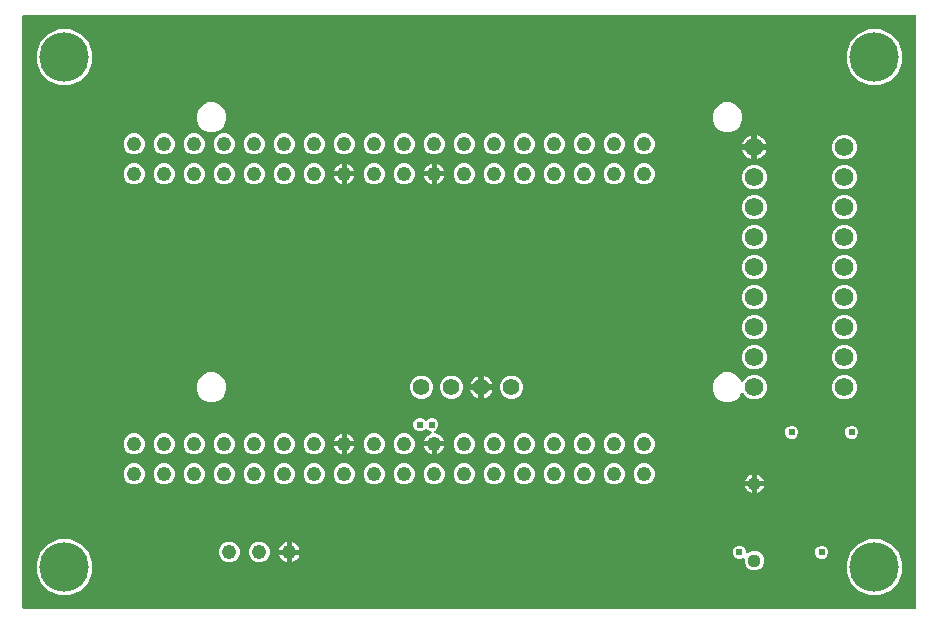
<source format=gbr>
G04 EAGLE Gerber RS-274X export*
G75*
%MOMM*%
%FSLAX34Y34*%
%LPD*%
%INCopper Layer 2*%
%IPPOS*%
%AMOC8*
5,1,8,0,0,1.08239X$1,22.5*%
G01*
%ADD10C,1.422400*%
%ADD11C,1.120000*%
%ADD12C,1.244600*%
%ADD13C,1.564638*%
%ADD14C,4.191000*%
%ADD15C,0.609600*%

G36*
X758308Y2556D02*
X758308Y2556D01*
X758427Y2563D01*
X758465Y2576D01*
X758506Y2581D01*
X758616Y2624D01*
X758729Y2661D01*
X758764Y2683D01*
X758801Y2698D01*
X758897Y2767D01*
X758998Y2831D01*
X759026Y2861D01*
X759059Y2884D01*
X759135Y2976D01*
X759216Y3063D01*
X759236Y3098D01*
X759261Y3129D01*
X759312Y3237D01*
X759370Y3341D01*
X759380Y3381D01*
X759397Y3417D01*
X759419Y3534D01*
X759449Y3649D01*
X759453Y3709D01*
X759457Y3729D01*
X759455Y3750D01*
X759459Y3810D01*
X759459Y504190D01*
X759444Y504308D01*
X759437Y504427D01*
X759424Y504465D01*
X759419Y504506D01*
X759376Y504616D01*
X759339Y504729D01*
X759317Y504764D01*
X759302Y504801D01*
X759233Y504897D01*
X759169Y504998D01*
X759139Y505026D01*
X759116Y505059D01*
X759024Y505135D01*
X758937Y505216D01*
X758902Y505236D01*
X758871Y505261D01*
X758763Y505312D01*
X758659Y505370D01*
X758619Y505380D01*
X758583Y505397D01*
X758466Y505419D01*
X758351Y505449D01*
X758291Y505453D01*
X758271Y505457D01*
X758250Y505455D01*
X758190Y505459D01*
X3810Y505459D01*
X3692Y505444D01*
X3573Y505437D01*
X3535Y505424D01*
X3494Y505419D01*
X3384Y505376D01*
X3271Y505339D01*
X3236Y505317D01*
X3199Y505302D01*
X3103Y505233D01*
X3002Y505169D01*
X2974Y505139D01*
X2941Y505116D01*
X2865Y505024D01*
X2784Y504937D01*
X2764Y504902D01*
X2739Y504871D01*
X2688Y504763D01*
X2630Y504659D01*
X2620Y504619D01*
X2603Y504583D01*
X2581Y504466D01*
X2551Y504351D01*
X2547Y504291D01*
X2543Y504271D01*
X2545Y504250D01*
X2541Y504190D01*
X2541Y3810D01*
X2556Y3692D01*
X2563Y3573D01*
X2576Y3535D01*
X2581Y3494D01*
X2624Y3384D01*
X2661Y3271D01*
X2683Y3236D01*
X2698Y3199D01*
X2767Y3103D01*
X2831Y3002D01*
X2861Y2974D01*
X2884Y2941D01*
X2976Y2865D01*
X3063Y2784D01*
X3098Y2764D01*
X3129Y2739D01*
X3237Y2688D01*
X3341Y2630D01*
X3381Y2620D01*
X3417Y2603D01*
X3534Y2581D01*
X3649Y2551D01*
X3709Y2547D01*
X3729Y2543D01*
X3750Y2545D01*
X3810Y2541D01*
X758190Y2541D01*
X758308Y2556D01*
G37*
%LPC*%
G36*
X719226Y446404D02*
X719226Y446404D01*
X710591Y449981D01*
X703981Y456591D01*
X700404Y465226D01*
X700404Y474574D01*
X703981Y483209D01*
X710591Y489819D01*
X719226Y493396D01*
X728574Y493396D01*
X737209Y489819D01*
X743819Y483209D01*
X747396Y474574D01*
X747396Y465226D01*
X743819Y456591D01*
X737209Y449981D01*
X728574Y446404D01*
X719226Y446404D01*
G37*
%LPD*%
%LPC*%
G36*
X33426Y446404D02*
X33426Y446404D01*
X24791Y449981D01*
X18181Y456591D01*
X14604Y465226D01*
X14604Y474574D01*
X18181Y483209D01*
X24791Y489819D01*
X33426Y493396D01*
X42774Y493396D01*
X51409Y489819D01*
X58019Y483209D01*
X61596Y474574D01*
X61596Y465226D01*
X58019Y456591D01*
X51409Y449981D01*
X42774Y446404D01*
X33426Y446404D01*
G37*
%LPD*%
%LPC*%
G36*
X719226Y14604D02*
X719226Y14604D01*
X710591Y18181D01*
X703981Y24791D01*
X700404Y33426D01*
X700404Y42774D01*
X703981Y51409D01*
X710591Y58019D01*
X719226Y61596D01*
X728574Y61596D01*
X737209Y58019D01*
X743819Y51409D01*
X747396Y42774D01*
X747396Y33426D01*
X743819Y24791D01*
X737209Y18181D01*
X728574Y14604D01*
X719226Y14604D01*
G37*
%LPD*%
%LPC*%
G36*
X33426Y14604D02*
X33426Y14604D01*
X24791Y18181D01*
X18181Y24791D01*
X14604Y33426D01*
X14604Y42774D01*
X18181Y51409D01*
X24791Y58019D01*
X33426Y61596D01*
X42774Y61596D01*
X51409Y58019D01*
X58019Y51409D01*
X61596Y42774D01*
X61596Y33426D01*
X58019Y24791D01*
X51409Y18181D01*
X42774Y14604D01*
X33426Y14604D01*
G37*
%LPD*%
%LPC*%
G36*
X596945Y177959D02*
X596945Y177959D01*
X592336Y179868D01*
X588808Y183396D01*
X586899Y188005D01*
X586899Y192995D01*
X588808Y197604D01*
X592336Y201132D01*
X596945Y203041D01*
X601935Y203041D01*
X606544Y201132D01*
X610072Y197604D01*
X610875Y195663D01*
X610944Y195542D01*
X611009Y195419D01*
X611023Y195404D01*
X611033Y195387D01*
X611130Y195287D01*
X611223Y195184D01*
X611240Y195173D01*
X611254Y195158D01*
X611373Y195086D01*
X611489Y195009D01*
X611508Y195003D01*
X611525Y194992D01*
X611658Y194951D01*
X611790Y194906D01*
X611810Y194904D01*
X611829Y194898D01*
X611969Y194892D01*
X612107Y194881D01*
X612127Y194884D01*
X612147Y194883D01*
X612284Y194911D01*
X612420Y194935D01*
X612439Y194943D01*
X612458Y194948D01*
X612584Y195009D01*
X612710Y195066D01*
X612726Y195078D01*
X612744Y195087D01*
X612850Y195177D01*
X612959Y195264D01*
X612971Y195280D01*
X612986Y195294D01*
X613066Y195407D01*
X613150Y195518D01*
X613162Y195544D01*
X613169Y195554D01*
X613176Y195573D01*
X613221Y195663D01*
X613514Y196371D01*
X616429Y199286D01*
X620238Y200864D01*
X624362Y200864D01*
X628171Y199286D01*
X631086Y196371D01*
X632664Y192562D01*
X632664Y188438D01*
X631086Y184629D01*
X628171Y181714D01*
X624362Y180136D01*
X620238Y180136D01*
X616429Y181714D01*
X613514Y184629D01*
X613221Y185337D01*
X613152Y185458D01*
X613087Y185581D01*
X613073Y185596D01*
X613063Y185613D01*
X612967Y185713D01*
X612873Y185816D01*
X612856Y185827D01*
X612842Y185842D01*
X612723Y185914D01*
X612607Y185991D01*
X612588Y185997D01*
X612571Y186008D01*
X612438Y186049D01*
X612306Y186094D01*
X612286Y186096D01*
X612267Y186102D01*
X612128Y186108D01*
X611989Y186119D01*
X611969Y186116D01*
X611949Y186117D01*
X611813Y186089D01*
X611676Y186065D01*
X611658Y186057D01*
X611638Y186052D01*
X611513Y185991D01*
X611386Y185934D01*
X611370Y185922D01*
X611352Y185913D01*
X611246Y185823D01*
X611138Y185736D01*
X611125Y185720D01*
X611110Y185706D01*
X611030Y185593D01*
X610946Y185482D01*
X610934Y185456D01*
X610927Y185446D01*
X610920Y185427D01*
X610875Y185337D01*
X610072Y183396D01*
X606544Y179868D01*
X601935Y177959D01*
X596945Y177959D01*
G37*
%LPD*%
%LPC*%
G36*
X596945Y406559D02*
X596945Y406559D01*
X592336Y408468D01*
X588808Y411996D01*
X586899Y416605D01*
X586899Y421595D01*
X588808Y426204D01*
X592336Y429732D01*
X596945Y431641D01*
X601935Y431641D01*
X606544Y429732D01*
X610072Y426204D01*
X611981Y421595D01*
X611981Y416605D01*
X610072Y411996D01*
X606544Y408468D01*
X601935Y406559D01*
X596945Y406559D01*
G37*
%LPD*%
%LPC*%
G36*
X160065Y406559D02*
X160065Y406559D01*
X155456Y408468D01*
X151928Y411996D01*
X150019Y416605D01*
X150019Y421595D01*
X151928Y426204D01*
X155456Y429732D01*
X160065Y431641D01*
X165055Y431641D01*
X169664Y429732D01*
X173192Y426204D01*
X175101Y421595D01*
X175101Y416605D01*
X173192Y411996D01*
X169664Y408468D01*
X165055Y406559D01*
X160065Y406559D01*
G37*
%LPD*%
%LPC*%
G36*
X160065Y177959D02*
X160065Y177959D01*
X155456Y179868D01*
X151928Y183396D01*
X150019Y188005D01*
X150019Y192995D01*
X151928Y197604D01*
X155456Y201132D01*
X160065Y203041D01*
X165055Y203041D01*
X169664Y201132D01*
X173192Y197604D01*
X175101Y192995D01*
X175101Y188005D01*
X173192Y183396D01*
X169664Y179868D01*
X165055Y177959D01*
X160065Y177959D01*
G37*
%LPD*%
%LPC*%
G36*
X696438Y180136D02*
X696438Y180136D01*
X692629Y181714D01*
X689714Y184629D01*
X688136Y188438D01*
X688136Y192562D01*
X689714Y196371D01*
X692629Y199286D01*
X696438Y200864D01*
X700562Y200864D01*
X704371Y199286D01*
X707286Y196371D01*
X708864Y192562D01*
X708864Y188438D01*
X707286Y184629D01*
X704371Y181714D01*
X700562Y180136D01*
X696438Y180136D01*
G37*
%LPD*%
%LPC*%
G36*
X696438Y332536D02*
X696438Y332536D01*
X692629Y334114D01*
X689714Y337029D01*
X688136Y340838D01*
X688136Y344962D01*
X689714Y348771D01*
X692629Y351686D01*
X696438Y353264D01*
X700562Y353264D01*
X704371Y351686D01*
X707286Y348771D01*
X708864Y344962D01*
X708864Y340838D01*
X707286Y337029D01*
X704371Y334114D01*
X700562Y332536D01*
X696438Y332536D01*
G37*
%LPD*%
%LPC*%
G36*
X620238Y332536D02*
X620238Y332536D01*
X616429Y334114D01*
X613514Y337029D01*
X611936Y340838D01*
X611936Y344962D01*
X613514Y348771D01*
X616429Y351686D01*
X620238Y353264D01*
X624362Y353264D01*
X628171Y351686D01*
X631086Y348771D01*
X632664Y344962D01*
X632664Y340838D01*
X631086Y337029D01*
X628171Y334114D01*
X624362Y332536D01*
X620238Y332536D01*
G37*
%LPD*%
%LPC*%
G36*
X696438Y307136D02*
X696438Y307136D01*
X692629Y308714D01*
X689714Y311629D01*
X688136Y315438D01*
X688136Y319562D01*
X689714Y323371D01*
X692629Y326286D01*
X696438Y327864D01*
X700562Y327864D01*
X704371Y326286D01*
X707286Y323371D01*
X708864Y319562D01*
X708864Y315438D01*
X707286Y311629D01*
X704371Y308714D01*
X700562Y307136D01*
X696438Y307136D01*
G37*
%LPD*%
%LPC*%
G36*
X620238Y307136D02*
X620238Y307136D01*
X616429Y308714D01*
X613514Y311629D01*
X611936Y315438D01*
X611936Y319562D01*
X613514Y323371D01*
X616429Y326286D01*
X620238Y327864D01*
X624362Y327864D01*
X628171Y326286D01*
X631086Y323371D01*
X632664Y319562D01*
X632664Y315438D01*
X631086Y311629D01*
X628171Y308714D01*
X624362Y307136D01*
X620238Y307136D01*
G37*
%LPD*%
%LPC*%
G36*
X696438Y281736D02*
X696438Y281736D01*
X692629Y283314D01*
X689714Y286229D01*
X688136Y290038D01*
X688136Y294162D01*
X689714Y297971D01*
X692629Y300886D01*
X696438Y302464D01*
X700562Y302464D01*
X704371Y300886D01*
X707286Y297971D01*
X708864Y294162D01*
X708864Y290038D01*
X707286Y286229D01*
X704371Y283314D01*
X700562Y281736D01*
X696438Y281736D01*
G37*
%LPD*%
%LPC*%
G36*
X620238Y281736D02*
X620238Y281736D01*
X616429Y283314D01*
X613514Y286229D01*
X611936Y290038D01*
X611936Y294162D01*
X613514Y297971D01*
X616429Y300886D01*
X620238Y302464D01*
X624362Y302464D01*
X628171Y300886D01*
X631086Y297971D01*
X632664Y294162D01*
X632664Y290038D01*
X631086Y286229D01*
X628171Y283314D01*
X624362Y281736D01*
X620238Y281736D01*
G37*
%LPD*%
%LPC*%
G36*
X696438Y256336D02*
X696438Y256336D01*
X692629Y257914D01*
X689714Y260829D01*
X688136Y264638D01*
X688136Y268762D01*
X689714Y272571D01*
X692629Y275486D01*
X696438Y277064D01*
X700562Y277064D01*
X704371Y275486D01*
X707286Y272571D01*
X708864Y268762D01*
X708864Y264638D01*
X707286Y260829D01*
X704371Y257914D01*
X700562Y256336D01*
X696438Y256336D01*
G37*
%LPD*%
%LPC*%
G36*
X620238Y256336D02*
X620238Y256336D01*
X616429Y257914D01*
X613514Y260829D01*
X611936Y264638D01*
X611936Y268762D01*
X613514Y272571D01*
X616429Y275486D01*
X620238Y277064D01*
X624362Y277064D01*
X628171Y275486D01*
X631086Y272571D01*
X632664Y268762D01*
X632664Y264638D01*
X631086Y260829D01*
X628171Y257914D01*
X624362Y256336D01*
X620238Y256336D01*
G37*
%LPD*%
%LPC*%
G36*
X696438Y230936D02*
X696438Y230936D01*
X692629Y232514D01*
X689714Y235429D01*
X688136Y239238D01*
X688136Y243362D01*
X689714Y247171D01*
X692629Y250086D01*
X696438Y251664D01*
X700562Y251664D01*
X704371Y250086D01*
X707286Y247171D01*
X708864Y243362D01*
X708864Y239238D01*
X707286Y235429D01*
X704371Y232514D01*
X700562Y230936D01*
X696438Y230936D01*
G37*
%LPD*%
%LPC*%
G36*
X620238Y230936D02*
X620238Y230936D01*
X616429Y232514D01*
X613514Y235429D01*
X611936Y239238D01*
X611936Y243362D01*
X613514Y247171D01*
X616429Y250086D01*
X620238Y251664D01*
X624362Y251664D01*
X628171Y250086D01*
X631086Y247171D01*
X632664Y243362D01*
X632664Y239238D01*
X631086Y235429D01*
X628171Y232514D01*
X624362Y230936D01*
X620238Y230936D01*
G37*
%LPD*%
%LPC*%
G36*
X696438Y205536D02*
X696438Y205536D01*
X692629Y207114D01*
X689714Y210029D01*
X688136Y213838D01*
X688136Y217962D01*
X689714Y221771D01*
X692629Y224686D01*
X696438Y226264D01*
X700562Y226264D01*
X704371Y224686D01*
X707286Y221771D01*
X708864Y217962D01*
X708864Y213838D01*
X707286Y210029D01*
X704371Y207114D01*
X700562Y205536D01*
X696438Y205536D01*
G37*
%LPD*%
%LPC*%
G36*
X620238Y205536D02*
X620238Y205536D01*
X616429Y207114D01*
X613514Y210029D01*
X611936Y213838D01*
X611936Y217962D01*
X613514Y221771D01*
X616429Y224686D01*
X620238Y226264D01*
X624362Y226264D01*
X628171Y224686D01*
X631086Y221771D01*
X632664Y217962D01*
X632664Y213838D01*
X631086Y210029D01*
X628171Y207114D01*
X624362Y205536D01*
X620238Y205536D01*
G37*
%LPD*%
%LPC*%
G36*
X696438Y383336D02*
X696438Y383336D01*
X692629Y384914D01*
X689714Y387829D01*
X688136Y391638D01*
X688136Y395762D01*
X689714Y399571D01*
X692629Y402486D01*
X696438Y404064D01*
X700562Y404064D01*
X704371Y402486D01*
X707286Y399571D01*
X708864Y395762D01*
X708864Y391638D01*
X707286Y387829D01*
X704371Y384914D01*
X700562Y383336D01*
X696438Y383336D01*
G37*
%LPD*%
%LPC*%
G36*
X696438Y357936D02*
X696438Y357936D01*
X692629Y359514D01*
X689714Y362429D01*
X688136Y366238D01*
X688136Y370362D01*
X689714Y374171D01*
X692629Y377086D01*
X696438Y378664D01*
X700562Y378664D01*
X704371Y377086D01*
X707286Y374171D01*
X708864Y370362D01*
X708864Y366238D01*
X707286Y362429D01*
X704371Y359514D01*
X700562Y357936D01*
X696438Y357936D01*
G37*
%LPD*%
%LPC*%
G36*
X620238Y357936D02*
X620238Y357936D01*
X616429Y359514D01*
X613514Y362429D01*
X611936Y366238D01*
X611936Y370362D01*
X613514Y374171D01*
X616429Y377086D01*
X620238Y378664D01*
X624362Y378664D01*
X628171Y377086D01*
X631086Y374171D01*
X632664Y370362D01*
X632664Y366238D01*
X631086Y362429D01*
X628171Y359514D01*
X624362Y357936D01*
X620238Y357936D01*
G37*
%LPD*%
%LPC*%
G36*
X620681Y35559D02*
X620681Y35559D01*
X617689Y36799D01*
X615399Y39089D01*
X614159Y42081D01*
X614159Y44740D01*
X614153Y44789D01*
X614155Y44839D01*
X614133Y44946D01*
X614119Y45055D01*
X614101Y45102D01*
X614091Y45150D01*
X614043Y45249D01*
X614002Y45351D01*
X613973Y45391D01*
X613951Y45436D01*
X613880Y45519D01*
X613816Y45608D01*
X613777Y45640D01*
X613745Y45678D01*
X613655Y45741D01*
X613571Y45811D01*
X613526Y45832D01*
X613485Y45861D01*
X613382Y45900D01*
X613283Y45947D01*
X613234Y45956D01*
X613188Y45974D01*
X613078Y45986D01*
X612971Y46006D01*
X612921Y46003D01*
X612872Y46009D01*
X612763Y45994D01*
X612653Y45987D01*
X612606Y45971D01*
X612557Y45964D01*
X612404Y45912D01*
X610712Y45211D01*
X608488Y45211D01*
X606434Y46062D01*
X604862Y47634D01*
X604011Y49688D01*
X604011Y51912D01*
X604862Y53966D01*
X606434Y55538D01*
X608488Y56389D01*
X610712Y56389D01*
X612766Y55538D01*
X614338Y53966D01*
X615189Y51912D01*
X615189Y51166D01*
X615206Y51027D01*
X615219Y50889D01*
X615226Y50870D01*
X615229Y50850D01*
X615280Y50721D01*
X615327Y50590D01*
X615338Y50573D01*
X615346Y50554D01*
X615427Y50442D01*
X615505Y50327D01*
X615521Y50314D01*
X615532Y50297D01*
X615640Y50208D01*
X615744Y50116D01*
X615762Y50107D01*
X615777Y50094D01*
X615903Y50035D01*
X616027Y49972D01*
X616047Y49967D01*
X616065Y49959D01*
X616201Y49933D01*
X616337Y49902D01*
X616358Y49903D01*
X616377Y49899D01*
X616516Y49908D01*
X616655Y49912D01*
X616675Y49917D01*
X616695Y49919D01*
X616827Y49962D01*
X616961Y50000D01*
X616978Y50011D01*
X616997Y50017D01*
X617115Y50091D01*
X617235Y50162D01*
X617256Y50180D01*
X617266Y50187D01*
X617280Y50202D01*
X617356Y50268D01*
X617689Y50601D01*
X620681Y51841D01*
X623919Y51841D01*
X626911Y50601D01*
X629201Y48311D01*
X630441Y45319D01*
X630441Y42081D01*
X629201Y39089D01*
X626911Y36799D01*
X623919Y35559D01*
X620681Y35559D01*
G37*
%LPD*%
%LPC*%
G36*
X414640Y180847D02*
X414640Y180847D01*
X411092Y182317D01*
X408377Y185032D01*
X406907Y188580D01*
X406907Y192420D01*
X408377Y195968D01*
X411092Y198683D01*
X414640Y200153D01*
X418480Y200153D01*
X422028Y198683D01*
X424743Y195968D01*
X426213Y192420D01*
X426213Y188580D01*
X424743Y185032D01*
X422028Y182317D01*
X418480Y180847D01*
X414640Y180847D01*
G37*
%LPD*%
%LPC*%
G36*
X338440Y180847D02*
X338440Y180847D01*
X334892Y182317D01*
X332177Y185032D01*
X330707Y188580D01*
X330707Y192420D01*
X332177Y195968D01*
X334892Y198683D01*
X338440Y200153D01*
X342280Y200153D01*
X345828Y198683D01*
X348543Y195968D01*
X350013Y192420D01*
X350013Y188580D01*
X348543Y185032D01*
X345828Y182317D01*
X342280Y180847D01*
X338440Y180847D01*
G37*
%LPD*%
%LPC*%
G36*
X363840Y180847D02*
X363840Y180847D01*
X360292Y182317D01*
X357577Y185032D01*
X356107Y188580D01*
X356107Y192420D01*
X357577Y195968D01*
X360292Y198683D01*
X363840Y200153D01*
X367680Y200153D01*
X371228Y198683D01*
X373943Y195968D01*
X375413Y192420D01*
X375413Y188580D01*
X373943Y185032D01*
X371228Y182317D01*
X367680Y180847D01*
X363840Y180847D01*
G37*
%LPD*%
%LPC*%
G36*
X351197Y144288D02*
X351197Y144288D01*
X351173Y144321D01*
X351081Y144397D01*
X350994Y144479D01*
X350959Y144498D01*
X350928Y144524D01*
X350820Y144575D01*
X350716Y144632D01*
X350677Y144642D01*
X350640Y144659D01*
X350523Y144682D01*
X350408Y144712D01*
X350348Y144715D01*
X350328Y144719D01*
X350307Y144718D01*
X350247Y144722D01*
X342707Y144722D01*
X342773Y145056D01*
X343434Y146651D01*
X344393Y148087D01*
X345613Y149307D01*
X347049Y150266D01*
X348257Y150767D01*
X348378Y150836D01*
X348501Y150901D01*
X348516Y150914D01*
X348533Y150924D01*
X348633Y151021D01*
X348736Y151115D01*
X348747Y151132D01*
X348762Y151146D01*
X348834Y151264D01*
X348911Y151380D01*
X348917Y151399D01*
X348928Y151417D01*
X348969Y151550D01*
X349014Y151681D01*
X349016Y151701D01*
X349022Y151721D01*
X349028Y151860D01*
X349039Y151998D01*
X349036Y152018D01*
X349037Y152038D01*
X349009Y152175D01*
X348985Y152312D01*
X348977Y152330D01*
X348973Y152350D01*
X348911Y152475D01*
X348854Y152602D01*
X348842Y152617D01*
X348833Y152636D01*
X348742Y152741D01*
X348656Y152850D01*
X348640Y152862D01*
X348626Y152878D01*
X348513Y152958D01*
X348402Y153041D01*
X348376Y153054D01*
X348366Y153061D01*
X348347Y153068D01*
X348257Y153112D01*
X346084Y154012D01*
X345067Y155029D01*
X344973Y155102D01*
X344884Y155181D01*
X344848Y155199D01*
X344816Y155224D01*
X344707Y155271D01*
X344601Y155325D01*
X344562Y155334D01*
X344524Y155350D01*
X344407Y155369D01*
X344291Y155395D01*
X344250Y155394D01*
X344210Y155400D01*
X344092Y155389D01*
X343973Y155385D01*
X343934Y155374D01*
X343894Y155370D01*
X343782Y155330D01*
X343667Y155297D01*
X343632Y155276D01*
X343594Y155263D01*
X343496Y155196D01*
X343393Y155135D01*
X343348Y155096D01*
X343331Y155084D01*
X343318Y155069D01*
X343272Y155029D01*
X342256Y154012D01*
X340202Y153161D01*
X337978Y153161D01*
X335924Y154012D01*
X334352Y155584D01*
X333501Y157638D01*
X333501Y159862D01*
X334352Y161916D01*
X335924Y163488D01*
X337978Y164339D01*
X340202Y164339D01*
X342256Y163488D01*
X343272Y162471D01*
X343366Y162398D01*
X343456Y162319D01*
X343492Y162301D01*
X343524Y162276D01*
X343633Y162229D01*
X343739Y162175D01*
X343778Y162166D01*
X343816Y162150D01*
X343933Y162131D01*
X344049Y162105D01*
X344090Y162106D01*
X344130Y162100D01*
X344248Y162111D01*
X344367Y162115D01*
X344406Y162126D01*
X344446Y162130D01*
X344559Y162170D01*
X344673Y162203D01*
X344707Y162224D01*
X344746Y162237D01*
X344844Y162304D01*
X344947Y162365D01*
X344992Y162405D01*
X345009Y162416D01*
X345022Y162431D01*
X345067Y162471D01*
X346084Y163488D01*
X348138Y164339D01*
X350362Y164339D01*
X352416Y163488D01*
X353988Y161916D01*
X354839Y159862D01*
X354839Y157638D01*
X353988Y155584D01*
X352416Y154012D01*
X351676Y153706D01*
X351615Y153671D01*
X351550Y153645D01*
X351478Y153593D01*
X351400Y153548D01*
X351350Y153500D01*
X351293Y153459D01*
X351236Y153389D01*
X351171Y153327D01*
X351135Y153267D01*
X351090Y153214D01*
X351052Y153132D01*
X351005Y153056D01*
X350984Y152989D01*
X350955Y152926D01*
X350938Y152838D01*
X350911Y152752D01*
X350908Y152682D01*
X350895Y152613D01*
X350900Y152524D01*
X350896Y152434D01*
X350910Y152366D01*
X350915Y152296D01*
X350942Y152211D01*
X350960Y152123D01*
X350991Y152060D01*
X351013Y151994D01*
X351061Y151918D01*
X351100Y151837D01*
X351145Y151784D01*
X351183Y151725D01*
X351248Y151663D01*
X351306Y151595D01*
X351363Y151555D01*
X351414Y151507D01*
X351493Y151463D01*
X351567Y151412D01*
X351632Y151387D01*
X351693Y151353D01*
X351780Y151331D01*
X351864Y151299D01*
X351925Y151292D01*
X351941Y151288D01*
X351964Y151283D01*
X352001Y151274D01*
X352017Y151273D01*
X353756Y150927D01*
X355351Y150266D01*
X356787Y149307D01*
X358007Y148087D01*
X358966Y146651D01*
X359627Y145056D01*
X359693Y144722D01*
X352153Y144722D01*
X352034Y144707D01*
X351916Y144699D01*
X351877Y144687D01*
X351837Y144682D01*
X351726Y144638D01*
X351613Y144601D01*
X351579Y144580D01*
X351541Y144565D01*
X351445Y144495D01*
X351345Y144431D01*
X351317Y144402D01*
X351284Y144378D01*
X351208Y144286D01*
X351204Y144282D01*
X351197Y144288D01*
G37*
%LPD*%
%LPC*%
G36*
X527257Y387736D02*
X527257Y387736D01*
X524036Y389070D01*
X521570Y391536D01*
X520236Y394757D01*
X520236Y398243D01*
X521570Y401464D01*
X524036Y403930D01*
X527257Y405264D01*
X530743Y405264D01*
X533964Y403930D01*
X536430Y401464D01*
X537764Y398243D01*
X537764Y394757D01*
X536430Y391536D01*
X533964Y389070D01*
X530743Y387736D01*
X527257Y387736D01*
G37*
%LPD*%
%LPC*%
G36*
X501857Y387736D02*
X501857Y387736D01*
X498636Y389070D01*
X496170Y391536D01*
X494836Y394757D01*
X494836Y398243D01*
X496170Y401464D01*
X498636Y403930D01*
X501857Y405264D01*
X505343Y405264D01*
X508564Y403930D01*
X511030Y401464D01*
X512364Y398243D01*
X512364Y394757D01*
X511030Y391536D01*
X508564Y389070D01*
X505343Y387736D01*
X501857Y387736D01*
G37*
%LPD*%
%LPC*%
G36*
X476457Y387736D02*
X476457Y387736D01*
X473236Y389070D01*
X470770Y391536D01*
X469436Y394757D01*
X469436Y398243D01*
X470770Y401464D01*
X473236Y403930D01*
X476457Y405264D01*
X479943Y405264D01*
X483164Y403930D01*
X485630Y401464D01*
X486964Y398243D01*
X486964Y394757D01*
X485630Y391536D01*
X483164Y389070D01*
X479943Y387736D01*
X476457Y387736D01*
G37*
%LPD*%
%LPC*%
G36*
X451057Y387736D02*
X451057Y387736D01*
X447836Y389070D01*
X445370Y391536D01*
X444036Y394757D01*
X444036Y398243D01*
X445370Y401464D01*
X447836Y403930D01*
X451057Y405264D01*
X454543Y405264D01*
X457764Y403930D01*
X460230Y401464D01*
X461564Y398243D01*
X461564Y394757D01*
X460230Y391536D01*
X457764Y389070D01*
X454543Y387736D01*
X451057Y387736D01*
G37*
%LPD*%
%LPC*%
G36*
X425657Y387736D02*
X425657Y387736D01*
X422436Y389070D01*
X419970Y391536D01*
X418636Y394757D01*
X418636Y398243D01*
X419970Y401464D01*
X422436Y403930D01*
X425657Y405264D01*
X429143Y405264D01*
X432364Y403930D01*
X434830Y401464D01*
X436164Y398243D01*
X436164Y394757D01*
X434830Y391536D01*
X432364Y389070D01*
X429143Y387736D01*
X425657Y387736D01*
G37*
%LPD*%
%LPC*%
G36*
X400257Y387736D02*
X400257Y387736D01*
X397036Y389070D01*
X394570Y391536D01*
X393236Y394757D01*
X393236Y398243D01*
X394570Y401464D01*
X397036Y403930D01*
X400257Y405264D01*
X403743Y405264D01*
X406964Y403930D01*
X409430Y401464D01*
X410764Y398243D01*
X410764Y394757D01*
X409430Y391536D01*
X406964Y389070D01*
X403743Y387736D01*
X400257Y387736D01*
G37*
%LPD*%
%LPC*%
G36*
X374857Y387736D02*
X374857Y387736D01*
X371636Y389070D01*
X369170Y391536D01*
X367836Y394757D01*
X367836Y398243D01*
X369170Y401464D01*
X371636Y403930D01*
X374857Y405264D01*
X378343Y405264D01*
X381564Y403930D01*
X384030Y401464D01*
X385364Y398243D01*
X385364Y394757D01*
X384030Y391536D01*
X381564Y389070D01*
X378343Y387736D01*
X374857Y387736D01*
G37*
%LPD*%
%LPC*%
G36*
X349457Y387736D02*
X349457Y387736D01*
X346236Y389070D01*
X343770Y391536D01*
X342436Y394757D01*
X342436Y398243D01*
X343770Y401464D01*
X346236Y403930D01*
X349457Y405264D01*
X352943Y405264D01*
X356164Y403930D01*
X358630Y401464D01*
X359964Y398243D01*
X359964Y394757D01*
X358630Y391536D01*
X356164Y389070D01*
X352943Y387736D01*
X349457Y387736D01*
G37*
%LPD*%
%LPC*%
G36*
X324057Y387736D02*
X324057Y387736D01*
X320836Y389070D01*
X318370Y391536D01*
X317036Y394757D01*
X317036Y398243D01*
X318370Y401464D01*
X320836Y403930D01*
X324057Y405264D01*
X327543Y405264D01*
X330764Y403930D01*
X333230Y401464D01*
X334564Y398243D01*
X334564Y394757D01*
X333230Y391536D01*
X330764Y389070D01*
X327543Y387736D01*
X324057Y387736D01*
G37*
%LPD*%
%LPC*%
G36*
X298657Y387736D02*
X298657Y387736D01*
X295436Y389070D01*
X292970Y391536D01*
X291636Y394757D01*
X291636Y398243D01*
X292970Y401464D01*
X295436Y403930D01*
X298657Y405264D01*
X302143Y405264D01*
X305364Y403930D01*
X307830Y401464D01*
X309164Y398243D01*
X309164Y394757D01*
X307830Y391536D01*
X305364Y389070D01*
X302143Y387736D01*
X298657Y387736D01*
G37*
%LPD*%
%LPC*%
G36*
X273257Y387736D02*
X273257Y387736D01*
X270036Y389070D01*
X267570Y391536D01*
X266236Y394757D01*
X266236Y398243D01*
X267570Y401464D01*
X270036Y403930D01*
X273257Y405264D01*
X276743Y405264D01*
X279964Y403930D01*
X282430Y401464D01*
X283764Y398243D01*
X283764Y394757D01*
X282430Y391536D01*
X279964Y389070D01*
X276743Y387736D01*
X273257Y387736D01*
G37*
%LPD*%
%LPC*%
G36*
X247857Y387736D02*
X247857Y387736D01*
X244636Y389070D01*
X242170Y391536D01*
X240836Y394757D01*
X240836Y398243D01*
X242170Y401464D01*
X244636Y403930D01*
X247857Y405264D01*
X251343Y405264D01*
X254564Y403930D01*
X257030Y401464D01*
X258364Y398243D01*
X258364Y394757D01*
X257030Y391536D01*
X254564Y389070D01*
X251343Y387736D01*
X247857Y387736D01*
G37*
%LPD*%
%LPC*%
G36*
X222457Y387736D02*
X222457Y387736D01*
X219236Y389070D01*
X216770Y391536D01*
X215436Y394757D01*
X215436Y398243D01*
X216770Y401464D01*
X219236Y403930D01*
X222457Y405264D01*
X225943Y405264D01*
X229164Y403930D01*
X231630Y401464D01*
X232964Y398243D01*
X232964Y394757D01*
X231630Y391536D01*
X229164Y389070D01*
X225943Y387736D01*
X222457Y387736D01*
G37*
%LPD*%
%LPC*%
G36*
X197057Y387736D02*
X197057Y387736D01*
X193836Y389070D01*
X191370Y391536D01*
X190036Y394757D01*
X190036Y398243D01*
X191370Y401464D01*
X193836Y403930D01*
X197057Y405264D01*
X200543Y405264D01*
X203764Y403930D01*
X206230Y401464D01*
X207564Y398243D01*
X207564Y394757D01*
X206230Y391536D01*
X203764Y389070D01*
X200543Y387736D01*
X197057Y387736D01*
G37*
%LPD*%
%LPC*%
G36*
X171657Y387736D02*
X171657Y387736D01*
X168436Y389070D01*
X165970Y391536D01*
X164636Y394757D01*
X164636Y398243D01*
X165970Y401464D01*
X168436Y403930D01*
X171657Y405264D01*
X175143Y405264D01*
X178364Y403930D01*
X180830Y401464D01*
X182164Y398243D01*
X182164Y394757D01*
X180830Y391536D01*
X178364Y389070D01*
X175143Y387736D01*
X171657Y387736D01*
G37*
%LPD*%
%LPC*%
G36*
X146257Y387736D02*
X146257Y387736D01*
X143036Y389070D01*
X140570Y391536D01*
X139236Y394757D01*
X139236Y398243D01*
X140570Y401464D01*
X143036Y403930D01*
X146257Y405264D01*
X149743Y405264D01*
X152964Y403930D01*
X155430Y401464D01*
X156764Y398243D01*
X156764Y394757D01*
X155430Y391536D01*
X152964Y389070D01*
X149743Y387736D01*
X146257Y387736D01*
G37*
%LPD*%
%LPC*%
G36*
X120857Y387736D02*
X120857Y387736D01*
X117636Y389070D01*
X115170Y391536D01*
X113836Y394757D01*
X113836Y398243D01*
X115170Y401464D01*
X117636Y403930D01*
X120857Y405264D01*
X124343Y405264D01*
X127564Y403930D01*
X130030Y401464D01*
X131364Y398243D01*
X131364Y394757D01*
X130030Y391536D01*
X127564Y389070D01*
X124343Y387736D01*
X120857Y387736D01*
G37*
%LPD*%
%LPC*%
G36*
X95457Y387736D02*
X95457Y387736D01*
X92236Y389070D01*
X89770Y391536D01*
X88436Y394757D01*
X88436Y398243D01*
X89770Y401464D01*
X92236Y403930D01*
X95457Y405264D01*
X98943Y405264D01*
X102164Y403930D01*
X104630Y401464D01*
X105964Y398243D01*
X105964Y394757D01*
X104630Y391536D01*
X102164Y389070D01*
X98943Y387736D01*
X95457Y387736D01*
G37*
%LPD*%
%LPC*%
G36*
X146257Y108336D02*
X146257Y108336D01*
X143036Y109670D01*
X140570Y112136D01*
X139236Y115357D01*
X139236Y118843D01*
X140570Y122064D01*
X143036Y124530D01*
X146257Y125864D01*
X149743Y125864D01*
X152964Y124530D01*
X155430Y122064D01*
X156764Y118843D01*
X156764Y115357D01*
X155430Y112136D01*
X152964Y109670D01*
X149743Y108336D01*
X146257Y108336D01*
G37*
%LPD*%
%LPC*%
G36*
X201457Y42036D02*
X201457Y42036D01*
X198236Y43370D01*
X195770Y45836D01*
X194436Y49057D01*
X194436Y52543D01*
X195770Y55764D01*
X198236Y58230D01*
X201457Y59564D01*
X204943Y59564D01*
X208164Y58230D01*
X210630Y55764D01*
X211964Y52543D01*
X211964Y49057D01*
X210630Y45836D01*
X208164Y43370D01*
X204943Y42036D01*
X201457Y42036D01*
G37*
%LPD*%
%LPC*%
G36*
X176057Y42036D02*
X176057Y42036D01*
X172836Y43370D01*
X170370Y45836D01*
X169036Y49057D01*
X169036Y52543D01*
X170370Y55764D01*
X172836Y58230D01*
X176057Y59564D01*
X179543Y59564D01*
X182764Y58230D01*
X185230Y55764D01*
X186564Y52543D01*
X186564Y49057D01*
X185230Y45836D01*
X182764Y43370D01*
X179543Y42036D01*
X176057Y42036D01*
G37*
%LPD*%
%LPC*%
G36*
X120857Y362336D02*
X120857Y362336D01*
X117636Y363670D01*
X115170Y366136D01*
X113836Y369357D01*
X113836Y372843D01*
X115170Y376064D01*
X117636Y378530D01*
X120857Y379864D01*
X124343Y379864D01*
X127564Y378530D01*
X130030Y376064D01*
X131364Y372843D01*
X131364Y369357D01*
X130030Y366136D01*
X127564Y363670D01*
X124343Y362336D01*
X120857Y362336D01*
G37*
%LPD*%
%LPC*%
G36*
X95457Y362336D02*
X95457Y362336D01*
X92236Y363670D01*
X89770Y366136D01*
X88436Y369357D01*
X88436Y372843D01*
X89770Y376064D01*
X92236Y378530D01*
X95457Y379864D01*
X98943Y379864D01*
X102164Y378530D01*
X104630Y376064D01*
X105964Y372843D01*
X105964Y369357D01*
X104630Y366136D01*
X102164Y363670D01*
X98943Y362336D01*
X95457Y362336D01*
G37*
%LPD*%
%LPC*%
G36*
X527257Y362336D02*
X527257Y362336D01*
X524036Y363670D01*
X521570Y366136D01*
X520236Y369357D01*
X520236Y372843D01*
X521570Y376064D01*
X524036Y378530D01*
X527257Y379864D01*
X530743Y379864D01*
X533964Y378530D01*
X536430Y376064D01*
X537764Y372843D01*
X537764Y369357D01*
X536430Y366136D01*
X533964Y363670D01*
X530743Y362336D01*
X527257Y362336D01*
G37*
%LPD*%
%LPC*%
G36*
X501857Y362336D02*
X501857Y362336D01*
X498636Y363670D01*
X496170Y366136D01*
X494836Y369357D01*
X494836Y372843D01*
X496170Y376064D01*
X498636Y378530D01*
X501857Y379864D01*
X505343Y379864D01*
X508564Y378530D01*
X511030Y376064D01*
X512364Y372843D01*
X512364Y369357D01*
X511030Y366136D01*
X508564Y363670D01*
X505343Y362336D01*
X501857Y362336D01*
G37*
%LPD*%
%LPC*%
G36*
X476457Y362336D02*
X476457Y362336D01*
X473236Y363670D01*
X470770Y366136D01*
X469436Y369357D01*
X469436Y372843D01*
X470770Y376064D01*
X473236Y378530D01*
X476457Y379864D01*
X479943Y379864D01*
X483164Y378530D01*
X485630Y376064D01*
X486964Y372843D01*
X486964Y369357D01*
X485630Y366136D01*
X483164Y363670D01*
X479943Y362336D01*
X476457Y362336D01*
G37*
%LPD*%
%LPC*%
G36*
X451057Y362336D02*
X451057Y362336D01*
X447836Y363670D01*
X445370Y366136D01*
X444036Y369357D01*
X444036Y372843D01*
X445370Y376064D01*
X447836Y378530D01*
X451057Y379864D01*
X454543Y379864D01*
X457764Y378530D01*
X460230Y376064D01*
X461564Y372843D01*
X461564Y369357D01*
X460230Y366136D01*
X457764Y363670D01*
X454543Y362336D01*
X451057Y362336D01*
G37*
%LPD*%
%LPC*%
G36*
X425657Y362336D02*
X425657Y362336D01*
X422436Y363670D01*
X419970Y366136D01*
X418636Y369357D01*
X418636Y372843D01*
X419970Y376064D01*
X422436Y378530D01*
X425657Y379864D01*
X429143Y379864D01*
X432364Y378530D01*
X434830Y376064D01*
X436164Y372843D01*
X436164Y369357D01*
X434830Y366136D01*
X432364Y363670D01*
X429143Y362336D01*
X425657Y362336D01*
G37*
%LPD*%
%LPC*%
G36*
X400257Y362336D02*
X400257Y362336D01*
X397036Y363670D01*
X394570Y366136D01*
X393236Y369357D01*
X393236Y372843D01*
X394570Y376064D01*
X397036Y378530D01*
X400257Y379864D01*
X403743Y379864D01*
X406964Y378530D01*
X409430Y376064D01*
X410764Y372843D01*
X410764Y369357D01*
X409430Y366136D01*
X406964Y363670D01*
X403743Y362336D01*
X400257Y362336D01*
G37*
%LPD*%
%LPC*%
G36*
X374857Y362336D02*
X374857Y362336D01*
X371636Y363670D01*
X369170Y366136D01*
X367836Y369357D01*
X367836Y372843D01*
X369170Y376064D01*
X371636Y378530D01*
X374857Y379864D01*
X378343Y379864D01*
X381564Y378530D01*
X384030Y376064D01*
X385364Y372843D01*
X385364Y369357D01*
X384030Y366136D01*
X381564Y363670D01*
X378343Y362336D01*
X374857Y362336D01*
G37*
%LPD*%
%LPC*%
G36*
X324057Y362336D02*
X324057Y362336D01*
X320836Y363670D01*
X318370Y366136D01*
X317036Y369357D01*
X317036Y372843D01*
X318370Y376064D01*
X320836Y378530D01*
X324057Y379864D01*
X327543Y379864D01*
X330764Y378530D01*
X333230Y376064D01*
X334564Y372843D01*
X334564Y369357D01*
X333230Y366136D01*
X330764Y363670D01*
X327543Y362336D01*
X324057Y362336D01*
G37*
%LPD*%
%LPC*%
G36*
X298657Y362336D02*
X298657Y362336D01*
X295436Y363670D01*
X292970Y366136D01*
X291636Y369357D01*
X291636Y372843D01*
X292970Y376064D01*
X295436Y378530D01*
X298657Y379864D01*
X302143Y379864D01*
X305364Y378530D01*
X307830Y376064D01*
X309164Y372843D01*
X309164Y369357D01*
X307830Y366136D01*
X305364Y363670D01*
X302143Y362336D01*
X298657Y362336D01*
G37*
%LPD*%
%LPC*%
G36*
X247857Y362336D02*
X247857Y362336D01*
X244636Y363670D01*
X242170Y366136D01*
X240836Y369357D01*
X240836Y372843D01*
X242170Y376064D01*
X244636Y378530D01*
X247857Y379864D01*
X251343Y379864D01*
X254564Y378530D01*
X257030Y376064D01*
X258364Y372843D01*
X258364Y369357D01*
X257030Y366136D01*
X254564Y363670D01*
X251343Y362336D01*
X247857Y362336D01*
G37*
%LPD*%
%LPC*%
G36*
X222457Y362336D02*
X222457Y362336D01*
X219236Y363670D01*
X216770Y366136D01*
X215436Y369357D01*
X215436Y372843D01*
X216770Y376064D01*
X219236Y378530D01*
X222457Y379864D01*
X225943Y379864D01*
X229164Y378530D01*
X231630Y376064D01*
X232964Y372843D01*
X232964Y369357D01*
X231630Y366136D01*
X229164Y363670D01*
X225943Y362336D01*
X222457Y362336D01*
G37*
%LPD*%
%LPC*%
G36*
X197057Y362336D02*
X197057Y362336D01*
X193836Y363670D01*
X191370Y366136D01*
X190036Y369357D01*
X190036Y372843D01*
X191370Y376064D01*
X193836Y378530D01*
X197057Y379864D01*
X200543Y379864D01*
X203764Y378530D01*
X206230Y376064D01*
X207564Y372843D01*
X207564Y369357D01*
X206230Y366136D01*
X203764Y363670D01*
X200543Y362336D01*
X197057Y362336D01*
G37*
%LPD*%
%LPC*%
G36*
X171657Y362336D02*
X171657Y362336D01*
X168436Y363670D01*
X165970Y366136D01*
X164636Y369357D01*
X164636Y372843D01*
X165970Y376064D01*
X168436Y378530D01*
X171657Y379864D01*
X175143Y379864D01*
X178364Y378530D01*
X180830Y376064D01*
X182164Y372843D01*
X182164Y369357D01*
X180830Y366136D01*
X178364Y363670D01*
X175143Y362336D01*
X171657Y362336D01*
G37*
%LPD*%
%LPC*%
G36*
X146257Y362336D02*
X146257Y362336D01*
X143036Y363670D01*
X140570Y366136D01*
X139236Y369357D01*
X139236Y372843D01*
X140570Y376064D01*
X143036Y378530D01*
X146257Y379864D01*
X149743Y379864D01*
X152964Y378530D01*
X155430Y376064D01*
X156764Y372843D01*
X156764Y369357D01*
X155430Y366136D01*
X152964Y363670D01*
X149743Y362336D01*
X146257Y362336D01*
G37*
%LPD*%
%LPC*%
G36*
X476457Y133736D02*
X476457Y133736D01*
X473236Y135070D01*
X470770Y137536D01*
X469436Y140757D01*
X469436Y144243D01*
X470770Y147464D01*
X473236Y149930D01*
X476457Y151264D01*
X479943Y151264D01*
X483164Y149930D01*
X485630Y147464D01*
X486964Y144243D01*
X486964Y140757D01*
X485630Y137536D01*
X483164Y135070D01*
X479943Y133736D01*
X476457Y133736D01*
G37*
%LPD*%
%LPC*%
G36*
X527257Y133736D02*
X527257Y133736D01*
X524036Y135070D01*
X521570Y137536D01*
X520236Y140757D01*
X520236Y144243D01*
X521570Y147464D01*
X524036Y149930D01*
X527257Y151264D01*
X530743Y151264D01*
X533964Y149930D01*
X536430Y147464D01*
X537764Y144243D01*
X537764Y140757D01*
X536430Y137536D01*
X533964Y135070D01*
X530743Y133736D01*
X527257Y133736D01*
G37*
%LPD*%
%LPC*%
G36*
X501857Y133736D02*
X501857Y133736D01*
X498636Y135070D01*
X496170Y137536D01*
X494836Y140757D01*
X494836Y144243D01*
X496170Y147464D01*
X498636Y149930D01*
X501857Y151264D01*
X505343Y151264D01*
X508564Y149930D01*
X511030Y147464D01*
X512364Y144243D01*
X512364Y140757D01*
X511030Y137536D01*
X508564Y135070D01*
X505343Y133736D01*
X501857Y133736D01*
G37*
%LPD*%
%LPC*%
G36*
X451057Y133736D02*
X451057Y133736D01*
X447836Y135070D01*
X445370Y137536D01*
X444036Y140757D01*
X444036Y144243D01*
X445370Y147464D01*
X447836Y149930D01*
X451057Y151264D01*
X454543Y151264D01*
X457764Y149930D01*
X460230Y147464D01*
X461564Y144243D01*
X461564Y140757D01*
X460230Y137536D01*
X457764Y135070D01*
X454543Y133736D01*
X451057Y133736D01*
G37*
%LPD*%
%LPC*%
G36*
X425657Y133736D02*
X425657Y133736D01*
X422436Y135070D01*
X419970Y137536D01*
X418636Y140757D01*
X418636Y144243D01*
X419970Y147464D01*
X422436Y149930D01*
X425657Y151264D01*
X429143Y151264D01*
X432364Y149930D01*
X434830Y147464D01*
X436164Y144243D01*
X436164Y140757D01*
X434830Y137536D01*
X432364Y135070D01*
X429143Y133736D01*
X425657Y133736D01*
G37*
%LPD*%
%LPC*%
G36*
X400257Y133736D02*
X400257Y133736D01*
X397036Y135070D01*
X394570Y137536D01*
X393236Y140757D01*
X393236Y144243D01*
X394570Y147464D01*
X397036Y149930D01*
X400257Y151264D01*
X403743Y151264D01*
X406964Y149930D01*
X409430Y147464D01*
X410764Y144243D01*
X410764Y140757D01*
X409430Y137536D01*
X406964Y135070D01*
X403743Y133736D01*
X400257Y133736D01*
G37*
%LPD*%
%LPC*%
G36*
X374857Y133736D02*
X374857Y133736D01*
X371636Y135070D01*
X369170Y137536D01*
X367836Y140757D01*
X367836Y144243D01*
X369170Y147464D01*
X371636Y149930D01*
X374857Y151264D01*
X378343Y151264D01*
X381564Y149930D01*
X384030Y147464D01*
X385364Y144243D01*
X385364Y140757D01*
X384030Y137536D01*
X381564Y135070D01*
X378343Y133736D01*
X374857Y133736D01*
G37*
%LPD*%
%LPC*%
G36*
X324057Y133736D02*
X324057Y133736D01*
X320836Y135070D01*
X318370Y137536D01*
X317036Y140757D01*
X317036Y144243D01*
X318370Y147464D01*
X320836Y149930D01*
X324057Y151264D01*
X327543Y151264D01*
X330764Y149930D01*
X333230Y147464D01*
X334564Y144243D01*
X334564Y140757D01*
X333230Y137536D01*
X330764Y135070D01*
X327543Y133736D01*
X324057Y133736D01*
G37*
%LPD*%
%LPC*%
G36*
X298657Y133736D02*
X298657Y133736D01*
X295436Y135070D01*
X292970Y137536D01*
X291636Y140757D01*
X291636Y144243D01*
X292970Y147464D01*
X295436Y149930D01*
X298657Y151264D01*
X302143Y151264D01*
X305364Y149930D01*
X307830Y147464D01*
X309164Y144243D01*
X309164Y140757D01*
X307830Y137536D01*
X305364Y135070D01*
X302143Y133736D01*
X298657Y133736D01*
G37*
%LPD*%
%LPC*%
G36*
X247857Y133736D02*
X247857Y133736D01*
X244636Y135070D01*
X242170Y137536D01*
X240836Y140757D01*
X240836Y144243D01*
X242170Y147464D01*
X244636Y149930D01*
X247857Y151264D01*
X251343Y151264D01*
X254564Y149930D01*
X257030Y147464D01*
X258364Y144243D01*
X258364Y140757D01*
X257030Y137536D01*
X254564Y135070D01*
X251343Y133736D01*
X247857Y133736D01*
G37*
%LPD*%
%LPC*%
G36*
X222457Y133736D02*
X222457Y133736D01*
X219236Y135070D01*
X216770Y137536D01*
X215436Y140757D01*
X215436Y144243D01*
X216770Y147464D01*
X219236Y149930D01*
X222457Y151264D01*
X225943Y151264D01*
X229164Y149930D01*
X231630Y147464D01*
X232964Y144243D01*
X232964Y140757D01*
X231630Y137536D01*
X229164Y135070D01*
X225943Y133736D01*
X222457Y133736D01*
G37*
%LPD*%
%LPC*%
G36*
X197057Y133736D02*
X197057Y133736D01*
X193836Y135070D01*
X191370Y137536D01*
X190036Y140757D01*
X190036Y144243D01*
X191370Y147464D01*
X193836Y149930D01*
X197057Y151264D01*
X200543Y151264D01*
X203764Y149930D01*
X206230Y147464D01*
X207564Y144243D01*
X207564Y140757D01*
X206230Y137536D01*
X203764Y135070D01*
X200543Y133736D01*
X197057Y133736D01*
G37*
%LPD*%
%LPC*%
G36*
X171657Y133736D02*
X171657Y133736D01*
X168436Y135070D01*
X165970Y137536D01*
X164636Y140757D01*
X164636Y144243D01*
X165970Y147464D01*
X168436Y149930D01*
X171657Y151264D01*
X175143Y151264D01*
X178364Y149930D01*
X180830Y147464D01*
X182164Y144243D01*
X182164Y140757D01*
X180830Y137536D01*
X178364Y135070D01*
X175143Y133736D01*
X171657Y133736D01*
G37*
%LPD*%
%LPC*%
G36*
X146257Y133736D02*
X146257Y133736D01*
X143036Y135070D01*
X140570Y137536D01*
X139236Y140757D01*
X139236Y144243D01*
X140570Y147464D01*
X143036Y149930D01*
X146257Y151264D01*
X149743Y151264D01*
X152964Y149930D01*
X155430Y147464D01*
X156764Y144243D01*
X156764Y140757D01*
X155430Y137536D01*
X152964Y135070D01*
X149743Y133736D01*
X146257Y133736D01*
G37*
%LPD*%
%LPC*%
G36*
X120857Y133736D02*
X120857Y133736D01*
X117636Y135070D01*
X115170Y137536D01*
X113836Y140757D01*
X113836Y144243D01*
X115170Y147464D01*
X117636Y149930D01*
X120857Y151264D01*
X124343Y151264D01*
X127564Y149930D01*
X130030Y147464D01*
X131364Y144243D01*
X131364Y140757D01*
X130030Y137536D01*
X127564Y135070D01*
X124343Y133736D01*
X120857Y133736D01*
G37*
%LPD*%
%LPC*%
G36*
X95457Y133736D02*
X95457Y133736D01*
X92236Y135070D01*
X89770Y137536D01*
X88436Y140757D01*
X88436Y144243D01*
X89770Y147464D01*
X92236Y149930D01*
X95457Y151264D01*
X98943Y151264D01*
X102164Y149930D01*
X104630Y147464D01*
X105964Y144243D01*
X105964Y140757D01*
X104630Y137536D01*
X102164Y135070D01*
X98943Y133736D01*
X95457Y133736D01*
G37*
%LPD*%
%LPC*%
G36*
X197057Y108336D02*
X197057Y108336D01*
X193836Y109670D01*
X191370Y112136D01*
X190036Y115357D01*
X190036Y118843D01*
X191370Y122064D01*
X193836Y124530D01*
X197057Y125864D01*
X200543Y125864D01*
X203764Y124530D01*
X206230Y122064D01*
X207564Y118843D01*
X207564Y115357D01*
X206230Y112136D01*
X203764Y109670D01*
X200543Y108336D01*
X197057Y108336D01*
G37*
%LPD*%
%LPC*%
G36*
X120857Y108336D02*
X120857Y108336D01*
X117636Y109670D01*
X115170Y112136D01*
X113836Y115357D01*
X113836Y118843D01*
X115170Y122064D01*
X117636Y124530D01*
X120857Y125864D01*
X124343Y125864D01*
X127564Y124530D01*
X130030Y122064D01*
X131364Y118843D01*
X131364Y115357D01*
X130030Y112136D01*
X127564Y109670D01*
X124343Y108336D01*
X120857Y108336D01*
G37*
%LPD*%
%LPC*%
G36*
X95457Y108336D02*
X95457Y108336D01*
X92236Y109670D01*
X89770Y112136D01*
X88436Y115357D01*
X88436Y118843D01*
X89770Y122064D01*
X92236Y124530D01*
X95457Y125864D01*
X98943Y125864D01*
X102164Y124530D01*
X104630Y122064D01*
X105964Y118843D01*
X105964Y115357D01*
X104630Y112136D01*
X102164Y109670D01*
X98943Y108336D01*
X95457Y108336D01*
G37*
%LPD*%
%LPC*%
G36*
X527257Y108336D02*
X527257Y108336D01*
X524036Y109670D01*
X521570Y112136D01*
X520236Y115357D01*
X520236Y118843D01*
X521570Y122064D01*
X524036Y124530D01*
X527257Y125864D01*
X530743Y125864D01*
X533964Y124530D01*
X536430Y122064D01*
X537764Y118843D01*
X537764Y115357D01*
X536430Y112136D01*
X533964Y109670D01*
X530743Y108336D01*
X527257Y108336D01*
G37*
%LPD*%
%LPC*%
G36*
X501857Y108336D02*
X501857Y108336D01*
X498636Y109670D01*
X496170Y112136D01*
X494836Y115357D01*
X494836Y118843D01*
X496170Y122064D01*
X498636Y124530D01*
X501857Y125864D01*
X505343Y125864D01*
X508564Y124530D01*
X511030Y122064D01*
X512364Y118843D01*
X512364Y115357D01*
X511030Y112136D01*
X508564Y109670D01*
X505343Y108336D01*
X501857Y108336D01*
G37*
%LPD*%
%LPC*%
G36*
X476457Y108336D02*
X476457Y108336D01*
X473236Y109670D01*
X470770Y112136D01*
X469436Y115357D01*
X469436Y118843D01*
X470770Y122064D01*
X473236Y124530D01*
X476457Y125864D01*
X479943Y125864D01*
X483164Y124530D01*
X485630Y122064D01*
X486964Y118843D01*
X486964Y115357D01*
X485630Y112136D01*
X483164Y109670D01*
X479943Y108336D01*
X476457Y108336D01*
G37*
%LPD*%
%LPC*%
G36*
X451057Y108336D02*
X451057Y108336D01*
X447836Y109670D01*
X445370Y112136D01*
X444036Y115357D01*
X444036Y118843D01*
X445370Y122064D01*
X447836Y124530D01*
X451057Y125864D01*
X454543Y125864D01*
X457764Y124530D01*
X460230Y122064D01*
X461564Y118843D01*
X461564Y115357D01*
X460230Y112136D01*
X457764Y109670D01*
X454543Y108336D01*
X451057Y108336D01*
G37*
%LPD*%
%LPC*%
G36*
X425657Y108336D02*
X425657Y108336D01*
X422436Y109670D01*
X419970Y112136D01*
X418636Y115357D01*
X418636Y118843D01*
X419970Y122064D01*
X422436Y124530D01*
X425657Y125864D01*
X429143Y125864D01*
X432364Y124530D01*
X434830Y122064D01*
X436164Y118843D01*
X436164Y115357D01*
X434830Y112136D01*
X432364Y109670D01*
X429143Y108336D01*
X425657Y108336D01*
G37*
%LPD*%
%LPC*%
G36*
X400257Y108336D02*
X400257Y108336D01*
X397036Y109670D01*
X394570Y112136D01*
X393236Y115357D01*
X393236Y118843D01*
X394570Y122064D01*
X397036Y124530D01*
X400257Y125864D01*
X403743Y125864D01*
X406964Y124530D01*
X409430Y122064D01*
X410764Y118843D01*
X410764Y115357D01*
X409430Y112136D01*
X406964Y109670D01*
X403743Y108336D01*
X400257Y108336D01*
G37*
%LPD*%
%LPC*%
G36*
X374857Y108336D02*
X374857Y108336D01*
X371636Y109670D01*
X369170Y112136D01*
X367836Y115357D01*
X367836Y118843D01*
X369170Y122064D01*
X371636Y124530D01*
X374857Y125864D01*
X378343Y125864D01*
X381564Y124530D01*
X384030Y122064D01*
X385364Y118843D01*
X385364Y115357D01*
X384030Y112136D01*
X381564Y109670D01*
X378343Y108336D01*
X374857Y108336D01*
G37*
%LPD*%
%LPC*%
G36*
X349457Y108336D02*
X349457Y108336D01*
X346236Y109670D01*
X343770Y112136D01*
X342436Y115357D01*
X342436Y118843D01*
X343770Y122064D01*
X346236Y124530D01*
X349457Y125864D01*
X352943Y125864D01*
X356164Y124530D01*
X358630Y122064D01*
X359964Y118843D01*
X359964Y115357D01*
X358630Y112136D01*
X356164Y109670D01*
X352943Y108336D01*
X349457Y108336D01*
G37*
%LPD*%
%LPC*%
G36*
X324057Y108336D02*
X324057Y108336D01*
X320836Y109670D01*
X318370Y112136D01*
X317036Y115357D01*
X317036Y118843D01*
X318370Y122064D01*
X320836Y124530D01*
X324057Y125864D01*
X327543Y125864D01*
X330764Y124530D01*
X333230Y122064D01*
X334564Y118843D01*
X334564Y115357D01*
X333230Y112136D01*
X330764Y109670D01*
X327543Y108336D01*
X324057Y108336D01*
G37*
%LPD*%
%LPC*%
G36*
X298657Y108336D02*
X298657Y108336D01*
X295436Y109670D01*
X292970Y112136D01*
X291636Y115357D01*
X291636Y118843D01*
X292970Y122064D01*
X295436Y124530D01*
X298657Y125864D01*
X302143Y125864D01*
X305364Y124530D01*
X307830Y122064D01*
X309164Y118843D01*
X309164Y115357D01*
X307830Y112136D01*
X305364Y109670D01*
X302143Y108336D01*
X298657Y108336D01*
G37*
%LPD*%
%LPC*%
G36*
X273257Y108336D02*
X273257Y108336D01*
X270036Y109670D01*
X267570Y112136D01*
X266236Y115357D01*
X266236Y118843D01*
X267570Y122064D01*
X270036Y124530D01*
X273257Y125864D01*
X276743Y125864D01*
X279964Y124530D01*
X282430Y122064D01*
X283764Y118843D01*
X283764Y115357D01*
X282430Y112136D01*
X279964Y109670D01*
X276743Y108336D01*
X273257Y108336D01*
G37*
%LPD*%
%LPC*%
G36*
X247857Y108336D02*
X247857Y108336D01*
X244636Y109670D01*
X242170Y112136D01*
X240836Y115357D01*
X240836Y118843D01*
X242170Y122064D01*
X244636Y124530D01*
X247857Y125864D01*
X251343Y125864D01*
X254564Y124530D01*
X257030Y122064D01*
X258364Y118843D01*
X258364Y115357D01*
X257030Y112136D01*
X254564Y109670D01*
X251343Y108336D01*
X247857Y108336D01*
G37*
%LPD*%
%LPC*%
G36*
X222457Y108336D02*
X222457Y108336D01*
X219236Y109670D01*
X216770Y112136D01*
X215436Y115357D01*
X215436Y118843D01*
X216770Y122064D01*
X219236Y124530D01*
X222457Y125864D01*
X225943Y125864D01*
X229164Y124530D01*
X231630Y122064D01*
X232964Y118843D01*
X232964Y115357D01*
X231630Y112136D01*
X229164Y109670D01*
X225943Y108336D01*
X222457Y108336D01*
G37*
%LPD*%
%LPC*%
G36*
X171657Y108336D02*
X171657Y108336D01*
X168436Y109670D01*
X165970Y112136D01*
X164636Y115357D01*
X164636Y118843D01*
X165970Y122064D01*
X168436Y124530D01*
X171657Y125864D01*
X175143Y125864D01*
X178364Y124530D01*
X180830Y122064D01*
X182164Y118843D01*
X182164Y115357D01*
X180830Y112136D01*
X178364Y109670D01*
X175143Y108336D01*
X171657Y108336D01*
G37*
%LPD*%
%LPC*%
G36*
X703738Y146811D02*
X703738Y146811D01*
X701684Y147662D01*
X700112Y149234D01*
X699261Y151288D01*
X699261Y153512D01*
X700112Y155566D01*
X701684Y157138D01*
X703738Y157989D01*
X705962Y157989D01*
X708016Y157138D01*
X709588Y155566D01*
X710439Y153512D01*
X710439Y151288D01*
X709588Y149234D01*
X708016Y147662D01*
X705962Y146811D01*
X703738Y146811D01*
G37*
%LPD*%
%LPC*%
G36*
X652938Y146811D02*
X652938Y146811D01*
X650884Y147662D01*
X649312Y149234D01*
X648461Y151288D01*
X648461Y153512D01*
X649312Y155566D01*
X650884Y157138D01*
X652938Y157989D01*
X655162Y157989D01*
X657216Y157138D01*
X658788Y155566D01*
X659639Y153512D01*
X659639Y151288D01*
X658788Y149234D01*
X657216Y147662D01*
X655162Y146811D01*
X652938Y146811D01*
G37*
%LPD*%
%LPC*%
G36*
X678338Y45211D02*
X678338Y45211D01*
X676284Y46062D01*
X674712Y47634D01*
X673861Y49688D01*
X673861Y51912D01*
X674712Y53966D01*
X676284Y55538D01*
X678338Y56389D01*
X680562Y56389D01*
X682616Y55538D01*
X684188Y53966D01*
X685039Y51912D01*
X685039Y49688D01*
X684188Y47634D01*
X682616Y46062D01*
X680562Y45211D01*
X678338Y45211D01*
G37*
%LPD*%
%LPC*%
G36*
X624839Y396239D02*
X624839Y396239D01*
X624839Y403772D01*
X626278Y403305D01*
X627732Y402564D01*
X629052Y401605D01*
X630205Y400452D01*
X631164Y399132D01*
X631905Y397678D01*
X632372Y396239D01*
X624839Y396239D01*
G37*
%LPD*%
%LPC*%
G36*
X612228Y396239D02*
X612228Y396239D01*
X612695Y397678D01*
X613436Y399132D01*
X614395Y400452D01*
X615548Y401605D01*
X616868Y402564D01*
X618322Y403305D01*
X619761Y403772D01*
X619761Y396239D01*
X612228Y396239D01*
G37*
%LPD*%
%LPC*%
G36*
X624839Y391161D02*
X624839Y391161D01*
X632372Y391161D01*
X631905Y389722D01*
X631164Y388268D01*
X630205Y386948D01*
X629052Y385795D01*
X627732Y384836D01*
X626278Y384095D01*
X624839Y383628D01*
X624839Y391161D01*
G37*
%LPD*%
%LPC*%
G36*
X618322Y384095D02*
X618322Y384095D01*
X616868Y384836D01*
X615548Y385795D01*
X614395Y386948D01*
X613436Y388268D01*
X612695Y389722D01*
X612228Y391161D01*
X619761Y391161D01*
X619761Y383628D01*
X618322Y384095D01*
G37*
%LPD*%
%LPC*%
G36*
X393699Y193039D02*
X393699Y193039D01*
X393699Y199824D01*
X394865Y199446D01*
X396219Y198756D01*
X397448Y197863D01*
X398523Y196788D01*
X399416Y195559D01*
X400106Y194205D01*
X400484Y193039D01*
X393699Y193039D01*
G37*
%LPD*%
%LPC*%
G36*
X381836Y193039D02*
X381836Y193039D01*
X382214Y194205D01*
X382904Y195559D01*
X383797Y196788D01*
X384872Y197863D01*
X386101Y198756D01*
X387455Y199446D01*
X388621Y199824D01*
X388621Y193039D01*
X381836Y193039D01*
G37*
%LPD*%
%LPC*%
G36*
X393699Y187961D02*
X393699Y187961D01*
X400484Y187961D01*
X400106Y186795D01*
X399416Y185441D01*
X398523Y184212D01*
X397448Y183137D01*
X396219Y182244D01*
X394865Y181554D01*
X393699Y181176D01*
X393699Y187961D01*
G37*
%LPD*%
%LPC*%
G36*
X387455Y181554D02*
X387455Y181554D01*
X386101Y182244D01*
X384872Y183137D01*
X383797Y184212D01*
X382904Y185441D01*
X382214Y186795D01*
X381836Y187961D01*
X388621Y187961D01*
X388621Y181176D01*
X387455Y181554D01*
G37*
%LPD*%
%LPC*%
G36*
X230822Y53022D02*
X230822Y53022D01*
X230822Y59293D01*
X231156Y59227D01*
X232751Y58566D01*
X234187Y57607D01*
X235407Y56387D01*
X236366Y54951D01*
X237027Y53356D01*
X237093Y53022D01*
X230822Y53022D01*
G37*
%LPD*%
%LPC*%
G36*
X353422Y373322D02*
X353422Y373322D01*
X353422Y379593D01*
X353756Y379527D01*
X355351Y378866D01*
X356787Y377907D01*
X358007Y376687D01*
X358966Y375251D01*
X359627Y373656D01*
X359693Y373322D01*
X353422Y373322D01*
G37*
%LPD*%
%LPC*%
G36*
X277222Y144722D02*
X277222Y144722D01*
X277222Y150993D01*
X277556Y150927D01*
X279151Y150266D01*
X280587Y149307D01*
X281807Y148087D01*
X282766Y146651D01*
X283427Y145056D01*
X283493Y144722D01*
X277222Y144722D01*
G37*
%LPD*%
%LPC*%
G36*
X277222Y373322D02*
X277222Y373322D01*
X277222Y379593D01*
X277556Y379527D01*
X279151Y378866D01*
X280587Y377907D01*
X281807Y376687D01*
X282766Y375251D01*
X283427Y373656D01*
X283493Y373322D01*
X277222Y373322D01*
G37*
%LPD*%
%LPC*%
G36*
X342707Y373322D02*
X342707Y373322D01*
X342773Y373656D01*
X343434Y375251D01*
X344393Y376687D01*
X345613Y377907D01*
X347049Y378866D01*
X348644Y379527D01*
X348978Y379593D01*
X348978Y373322D01*
X342707Y373322D01*
G37*
%LPD*%
%LPC*%
G36*
X266507Y373322D02*
X266507Y373322D01*
X266573Y373656D01*
X267234Y375251D01*
X268193Y376687D01*
X269413Y377907D01*
X270849Y378866D01*
X272444Y379527D01*
X272778Y379593D01*
X272778Y373322D01*
X266507Y373322D01*
G37*
%LPD*%
%LPC*%
G36*
X266507Y144722D02*
X266507Y144722D01*
X266573Y145056D01*
X267234Y146651D01*
X268193Y148087D01*
X269413Y149307D01*
X270849Y150266D01*
X272444Y150927D01*
X272778Y150993D01*
X272778Y144722D01*
X266507Y144722D01*
G37*
%LPD*%
%LPC*%
G36*
X353422Y140278D02*
X353422Y140278D01*
X359693Y140278D01*
X359627Y139944D01*
X358966Y138349D01*
X358007Y136913D01*
X356787Y135693D01*
X355351Y134734D01*
X353756Y134073D01*
X353422Y134007D01*
X353422Y140278D01*
G37*
%LPD*%
%LPC*%
G36*
X353422Y368878D02*
X353422Y368878D01*
X359693Y368878D01*
X359627Y368544D01*
X358966Y366949D01*
X358007Y365513D01*
X356787Y364293D01*
X355351Y363334D01*
X353756Y362673D01*
X353422Y362607D01*
X353422Y368878D01*
G37*
%LPD*%
%LPC*%
G36*
X220107Y53022D02*
X220107Y53022D01*
X220173Y53356D01*
X220834Y54951D01*
X221793Y56387D01*
X223013Y57607D01*
X224449Y58566D01*
X226044Y59227D01*
X226378Y59293D01*
X226378Y53022D01*
X220107Y53022D01*
G37*
%LPD*%
%LPC*%
G36*
X277222Y140278D02*
X277222Y140278D01*
X283493Y140278D01*
X283427Y139944D01*
X282766Y138349D01*
X281807Y136913D01*
X280587Y135693D01*
X279151Y134734D01*
X277556Y134073D01*
X277222Y134007D01*
X277222Y140278D01*
G37*
%LPD*%
%LPC*%
G36*
X277222Y368878D02*
X277222Y368878D01*
X283493Y368878D01*
X283427Y368544D01*
X282766Y366949D01*
X281807Y365513D01*
X280587Y364293D01*
X279151Y363334D01*
X277556Y362673D01*
X277222Y362607D01*
X277222Y368878D01*
G37*
%LPD*%
%LPC*%
G36*
X230822Y48578D02*
X230822Y48578D01*
X237093Y48578D01*
X237027Y48244D01*
X236366Y46649D01*
X235407Y45213D01*
X234187Y43993D01*
X232751Y43034D01*
X231156Y42373D01*
X230822Y42307D01*
X230822Y48578D01*
G37*
%LPD*%
%LPC*%
G36*
X348644Y362673D02*
X348644Y362673D01*
X347049Y363334D01*
X345613Y364293D01*
X344393Y365513D01*
X343434Y366949D01*
X342773Y368544D01*
X342707Y368878D01*
X348978Y368878D01*
X348978Y362607D01*
X348644Y362673D01*
G37*
%LPD*%
%LPC*%
G36*
X272444Y134073D02*
X272444Y134073D01*
X270849Y134734D01*
X269413Y135693D01*
X268193Y136913D01*
X267234Y138349D01*
X266573Y139944D01*
X266507Y140278D01*
X272778Y140278D01*
X272778Y134007D01*
X272444Y134073D01*
G37*
%LPD*%
%LPC*%
G36*
X348644Y134073D02*
X348644Y134073D01*
X347049Y134734D01*
X345613Y135693D01*
X344393Y136913D01*
X343434Y138349D01*
X342773Y139944D01*
X342707Y140278D01*
X348978Y140278D01*
X348978Y134007D01*
X348644Y134073D01*
G37*
%LPD*%
%LPC*%
G36*
X272444Y362673D02*
X272444Y362673D01*
X270849Y363334D01*
X269413Y364293D01*
X268193Y365513D01*
X267234Y366949D01*
X266573Y368544D01*
X266507Y368878D01*
X272778Y368878D01*
X272778Y362607D01*
X272444Y362673D01*
G37*
%LPD*%
%LPC*%
G36*
X226044Y42373D02*
X226044Y42373D01*
X224449Y43034D01*
X223013Y43993D01*
X221793Y45213D01*
X220834Y46649D01*
X220173Y48244D01*
X220107Y48578D01*
X226378Y48578D01*
X226378Y42307D01*
X226044Y42373D01*
G37*
%LPD*%
%LPC*%
G36*
X624299Y110699D02*
X624299Y110699D01*
X624299Y116603D01*
X624675Y116528D01*
X626156Y115914D01*
X627489Y115023D01*
X628623Y113889D01*
X629514Y112556D01*
X630128Y111075D01*
X630203Y110699D01*
X624299Y110699D01*
G37*
%LPD*%
%LPC*%
G36*
X614397Y110699D02*
X614397Y110699D01*
X614472Y111075D01*
X615086Y112556D01*
X615977Y113889D01*
X617111Y115023D01*
X618444Y115914D01*
X619925Y116528D01*
X620301Y116603D01*
X620301Y110699D01*
X614397Y110699D01*
G37*
%LPD*%
%LPC*%
G36*
X624299Y106701D02*
X624299Y106701D01*
X630203Y106701D01*
X630128Y106325D01*
X629514Y104844D01*
X628623Y103511D01*
X627489Y102377D01*
X626156Y101486D01*
X624675Y100872D01*
X624299Y100797D01*
X624299Y106701D01*
G37*
%LPD*%
%LPC*%
G36*
X619925Y100872D02*
X619925Y100872D01*
X618444Y101486D01*
X617111Y102377D01*
X615977Y103511D01*
X615086Y104844D01*
X614472Y106325D01*
X614397Y106701D01*
X620301Y106701D01*
X620301Y100797D01*
X619925Y100872D01*
G37*
%LPD*%
%LPC*%
G36*
X622299Y393699D02*
X622299Y393699D01*
X622299Y393701D01*
X622301Y393701D01*
X622301Y393699D01*
X622299Y393699D01*
G37*
%LPD*%
%LPC*%
G36*
X391159Y190499D02*
X391159Y190499D01*
X391159Y190501D01*
X391161Y190501D01*
X391161Y190499D01*
X391159Y190499D01*
G37*
%LPD*%
D10*
X340360Y190500D03*
X365760Y190500D03*
X391160Y190500D03*
X416560Y190500D03*
D11*
X622300Y108700D03*
X622300Y43700D03*
D12*
X177800Y50800D03*
X203200Y50800D03*
X228600Y50800D03*
D13*
X622300Y190500D03*
X622300Y215900D03*
X622300Y241300D03*
X622300Y266700D03*
X622300Y292100D03*
X622300Y317500D03*
X622300Y342900D03*
X622300Y368300D03*
X622300Y393700D03*
X698500Y393700D03*
X698500Y368300D03*
X698500Y342900D03*
X698500Y317500D03*
X698500Y292100D03*
X698500Y266700D03*
X698500Y241300D03*
X698500Y215900D03*
X698500Y190500D03*
D12*
X97200Y396500D03*
X97200Y371100D03*
X122600Y396500D03*
X122600Y371100D03*
X148000Y396500D03*
X148000Y371100D03*
X173400Y396500D03*
X173400Y371100D03*
X198800Y396500D03*
X198800Y371100D03*
X224200Y396500D03*
X224200Y371100D03*
X249600Y396500D03*
X249600Y371100D03*
X275000Y396500D03*
X275000Y371100D03*
X300400Y396500D03*
X300400Y371100D03*
X325800Y396500D03*
X325800Y371100D03*
X351200Y396500D03*
X351200Y371100D03*
X376600Y396500D03*
X376600Y371100D03*
X402000Y396500D03*
X402000Y371100D03*
X427400Y396500D03*
X427400Y371100D03*
X452800Y396500D03*
X452800Y371100D03*
X478200Y396500D03*
X478200Y371100D03*
X503600Y396500D03*
X503600Y371100D03*
X529000Y396500D03*
X529000Y371100D03*
X97200Y142500D03*
X97200Y117100D03*
X122600Y142500D03*
X122600Y117100D03*
X148000Y142500D03*
X148000Y117100D03*
X173400Y142500D03*
X173400Y117100D03*
X198800Y142500D03*
X198800Y117100D03*
X224200Y142500D03*
X224200Y117100D03*
X249600Y142500D03*
X249600Y117100D03*
X275000Y142500D03*
X275000Y117100D03*
X300400Y142500D03*
X300400Y117100D03*
X325800Y142500D03*
X325800Y117100D03*
X351200Y142500D03*
X351200Y117100D03*
X376600Y142500D03*
X376600Y117100D03*
X402000Y142500D03*
X402000Y117100D03*
X427400Y142500D03*
X427400Y117100D03*
X452800Y142500D03*
X452800Y117100D03*
X478200Y142500D03*
X478200Y117100D03*
X503600Y142500D03*
X503600Y117100D03*
X529000Y142500D03*
X529000Y117100D03*
D14*
X38100Y38100D03*
X723900Y38100D03*
X723900Y469900D03*
X38100Y469900D03*
D15*
X596900Y139700D03*
X596900Y114300D03*
X571500Y88900D03*
X571500Y63500D03*
X635000Y88900D03*
X635000Y63500D03*
X660400Y139700D03*
X660400Y114300D03*
X654050Y22860D03*
X609600Y50800D03*
X679450Y50800D03*
X654050Y152400D03*
X704850Y152400D03*
X339090Y158750D03*
X349250Y158750D03*
M02*

</source>
